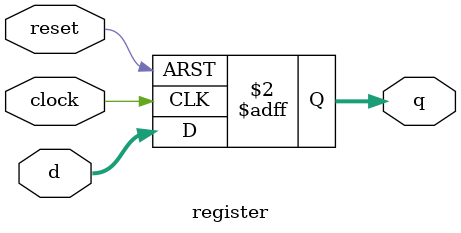
<source format=sv>
module register #(
    parameter WIDTH = 16
)
(
    input [WIDTH-1:0] d,
    input clock,
    input reset,
    output reg [WIDTH-1:0] q
);

always_ff @(posedge clock or posedge reset) begin
    if (reset) begin
        q <= '0;
    end else begin
        q <= d;
    end
end
endmodule
</source>
